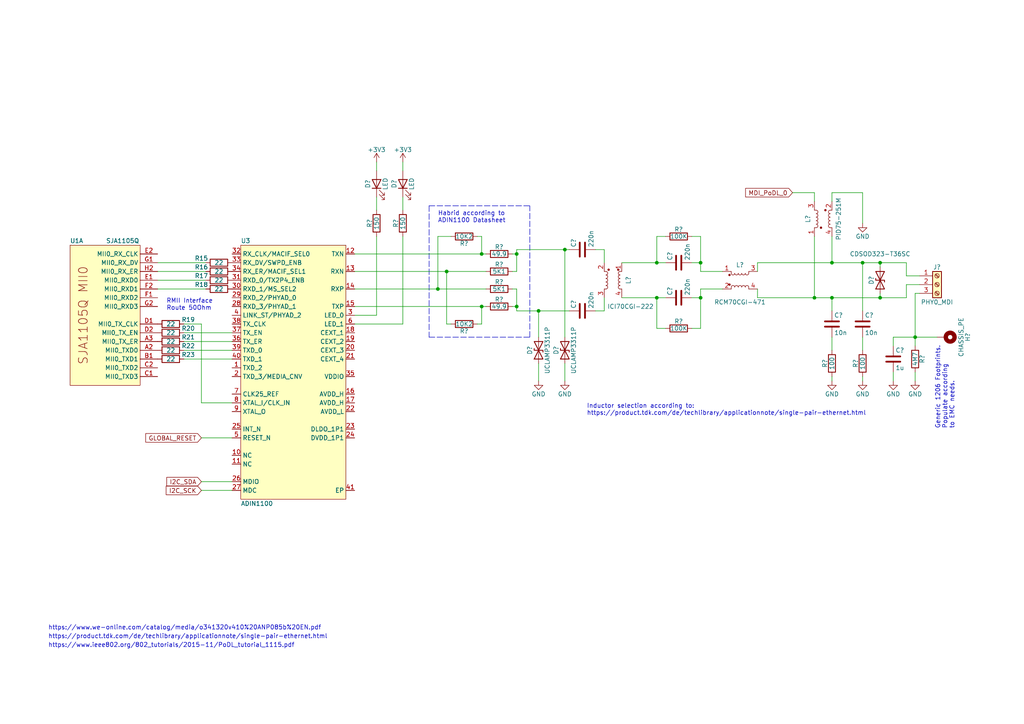
<source format=kicad_sch>
(kicad_sch (version 20211123) (generator eeschema)
  (paper "A4")
  (title_block (title "Open Hardware 10Base-T1 Switch") (date "2023-04-07") (rev "REV A") (company "Peter Heinrich") (comment 1 "Open Hardware License CERN-OHL-P v2") (comment 2 "https://github.com/peterheinrich/Open_10Base-T1L_Switch"))
  (lib_symbols
    (symbol "ADIN1100:ADIN1100"
      (property "Reference" "U" (at 0 1.27 0))
      (property "Value" "ADIN1100" (at 0 -74.93 0))
      (symbol "ADIN1100_0_1"
        (rectangle (start 0 0) (end 30.48 -73.66) (fill (type background)))
      )
      (symbol "ADIN1100_1_1"
        (pin input line (at -2.54 -35.56 0) (length 2.54) (name "TXD_2") (number "1"))
        (pin input line (at -2.54 -60.96 0) (length 2.54) (name "NC") (number "10"))
        (pin input line (at -2.54 -63.5 0) (length 2.54) (name "NC") (number "11"))
        (pin bidirectional line (at 33.02 -2.54 180) (length 2.54) (name "TXN") (number "12"))
        (pin bidirectional line (at 33.02 -7.62 180) (length 2.54) (name "RXN") (number "13"))
        (pin bidirectional line (at 33.02 -12.7 180) (length 2.54) (name "RXP") (number "14"))
        (pin bidirectional line (at 33.02 -17.78 180) (length 2.54) (name "TXP") (number "15"))
        (pin power_in line (at 33.02 -43.18 180) (length 2.54) (name "AVDD_H") (number "16"))
        (pin power_in line (at 33.02 -45.72 180) (length 2.54) (name "AVDD_H") (number "17"))
        (pin input line (at 33.02 -25.4 180) (length 2.54) (name "CEXT_1") (number "18"))
        (pin input line (at 33.02 -27.94 180) (length 2.54) (name "CEXT_2") (number "19"))
        (pin input line (at -2.54 -38.1 0) (length 2.54) (name "TXD_3/MEDIA_CNV") (number "2"))
        (pin input line (at 33.02 -30.48 180) (length 2.54) (name "CEXT_3") (number "20"))
        (pin input line (at 33.02 -33.02 180) (length 2.54) (name "CEXT_4") (number "21"))
        (pin power_in line (at 33.02 -48.26 180) (length 2.54) (name "AVDD_L") (number "22"))
        (pin power_in line (at 33.02 -53.34 180) (length 2.54) (name "DLDO_1P1") (number "23"))
        (pin power_in line (at 33.02 -55.88 180) (length 2.54) (name "DVDD_1P1") (number "24"))
        (pin output line (at -2.54 -53.34 0) (length 2.54) (name "INT_N") (number "25"))
        (pin bidirectional line (at -2.54 -68.58 0) (length 2.54) (name "MDIO") (number "26"))
        (pin input line (at -2.54 -71.12 0) (length 2.54) (name "MDC") (number "27"))
        (pin output line (at -2.54 -17.78 0) (length 2.54) (name "RXD_3/PHYAD_1") (number "28"))
        (pin output line (at -2.54 -15.24 0) (length 2.54) (name "RXD_2/PHYAD_0") (number "29"))
        (pin output line (at 33.02 -20.32 180) (length 2.54) (name "LED_0") (number "3"))
        (pin output line (at -2.54 -12.7 0) (length 2.54) (name "RXD_1/MS_SEL2") (number "30"))
        (pin output line (at -2.54 -10.16 0) (length 2.54) (name "RXD_0/TX2P4_ENB") (number "31"))
        (pin output line (at -2.54 -2.54 0) (length 2.54) (name "RX_CLK/MACIF_SEL0") (number "32"))
        (pin output line (at -2.54 -5.08 0) (length 2.54) (name "RX_DV/SWPD_ENB") (number "33"))
        (pin output line (at -2.54 -7.62 0) (length 2.54) (name "RX_ER/MACIF_SEL1") (number "34"))
        (pin power_in line (at 33.02 -38.1 180) (length 2.54) (name "VDDIO") (number "35"))
        (pin input line (at -2.54 -27.94 0) (length 2.54) (name "TX_ER") (number "36"))
        (pin input line (at -2.54 -25.4 0) (length 2.54) (name "TX_EN") (number "37"))
        (pin output line (at -2.54 -22.86 0) (length 2.54) (name "TX_CLK") (number "38"))
        (pin input line (at -2.54 -30.48 0) (length 2.54) (name "TXD_0") (number "39"))
        (pin output line (at -2.54 -20.32 0) (length 2.54) (name "LINK_ST/PHYAD_2") (number "4"))
        (pin input line (at -2.54 -33.02 0) (length 2.54) (name "TXD_1") (number "40"))
        (pin power_in line (at 33.02 -71.12 180) (length 2.54) (name "EP") (number "41"))
        (pin input line (at -2.54 -55.88 0) (length 2.54) (name "RESET_N") (number "5"))
        (pin output line (at 33.02 -22.86 180) (length 2.54) (name "LED_1") (number "6"))
        (pin output line (at -2.54 -43.18 0) (length 2.54) (name "CLK25_REF") (number "7"))
        (pin input line (at -2.54 -45.72 0) (length 2.54) (name "XTAL_I/CLK_IN") (number "8"))
        (pin output line (at -2.54 -48.26 0) (length 2.54) (name "XTAL_O") (number "9"))
      )
    )
    (symbol "Connector:Screw_Terminal_01x03" (pin_names (offset 1.016) hide)
      (property "Reference" "J" (at 0 5.08 0))
      (property "Value" "Screw_Terminal_01x03" (at 0 -5.08 0))
      (symbol "Screw_Terminal_01x03_1_1"
        (rectangle (start -1.27 3.81) (end 1.27 -3.81) (stroke (width 0.254)) (fill (type background)))
        (circle (center 0 -2.54) (radius 0.635) (stroke (width 0.1524)))
        (polyline (pts (xy -0.5334 -2.2098) (xy 0.3302 -3.048)) (stroke (width 0.1524)))
        (polyline (pts (xy -0.5334 0.3302) (xy 0.3302 -0.508)) (stroke (width 0.1524)))
        (polyline (pts (xy -0.5334 2.8702) (xy 0.3302 2.032)) (stroke (width 0.1524)))
        (polyline (pts (xy -0.3556 -2.032) (xy 0.508 -2.8702)) (stroke (width 0.1524)))
        (polyline (pts (xy -0.3556 0.508) (xy 0.508 -0.3302)) (stroke (width 0.1524)))
        (polyline (pts (xy -0.3556 3.048) (xy 0.508 2.2098)) (stroke (width 0.1524)))
        (circle (center 0 0) (radius 0.635) (stroke (width 0.1524)))
        (circle (center 0 2.54) (radius 0.635) (stroke (width 0.1524)))
        (pin passive line (at -5.08 2.54 0) (length 3.81) (name "Pin_1") (number "1"))
        (pin passive line (at -5.08 0 0) (length 3.81) (name "Pin_2") (number "2"))
        (pin passive line (at -5.08 -2.54 0) (length 3.81) (name "Pin_3") (number "3"))
      )
    )
    (symbol "Device:C" (pin_numbers hide) (pin_names (offset 0.254))
      (property "Reference" "C" (at 0.635 2.54 0))
      (property "Value" "C" (at 0.635 -2.54 0))
      (symbol "C_0_1"
        (polyline (pts (xy -2.032 -0.762) (xy 2.032 -0.762)) (stroke (width 0.508)))
        (polyline (pts (xy -2.032 0.762) (xy 2.032 0.762)) (stroke (width 0.508)))
      )
      (symbol "C_1_1"
        (pin passive line (at 0 3.81 270) (length 2.794) (name "~") (number "1"))
        (pin passive line (at 0 -3.81 90) (length 2.794) (name "~") (number "2"))
      )
    )
    (symbol "Device:D_TVS" (pin_numbers hide) (pin_names (offset 1.016) hide)
      (property "Reference" "D" (at 0 2.54 0))
      (property "Value" "D_TVS" (at 0 -2.54 0))
      (symbol "D_TVS_0_1"
        (polyline (pts (xy 1.27 0) (xy -1.27 0)))
        (polyline (pts (xy 0.508 1.27) (xy 0 1.27) (xy 0 -1.27) (xy -0.508 -1.27)) (stroke (width 0.254)))
        (polyline (pts (xy -2.54 1.27) (xy -2.54 -1.27) (xy 2.54 1.27) (xy 2.54 -1.27) (xy -2.54 1.27)) (stroke (width 0.254)))
      )
      (symbol "D_TVS_1_1"
        (pin passive line (at -3.81 0 0) (length 2.54) (name "A1") (number "1"))
        (pin passive line (at 3.81 0 180) (length 2.54) (name "A2") (number "2"))
      )
    )
    (symbol "Device:LED" (pin_numbers hide) (pin_names (offset 1.016) hide)
      (property "Reference" "D" (at 0 2.54 0))
      (property "Value" "LED" (at 0 -2.54 0))
      (symbol "LED_0_1"
        (polyline (pts (xy -1.27 -1.27) (xy -1.27 1.27)) (stroke (width 0.254)))
        (polyline (pts (xy -1.27 0) (xy 1.27 0)))
        (polyline (pts (xy 1.27 -1.27) (xy 1.27 1.27) (xy -1.27 0) (xy 1.27 -1.27)) (stroke (width 0.254)))
        (polyline (pts (xy -3.048 -0.762) (xy -4.572 -2.286) (xy -3.81 -2.286) (xy -4.572 -2.286) (xy -4.572 -1.524)))
        (polyline (pts (xy -1.778 -0.762) (xy -3.302 -2.286) (xy -2.54 -2.286) (xy -3.302 -2.286) (xy -3.302 -1.524)))
      )
      (symbol "LED_1_1"
        (pin passive line (at -3.81 0 0) (length 2.54) (name "K") (number "1"))
        (pin passive line (at 3.81 0 180) (length 2.54) (name "A") (number "2"))
      )
    )
    (symbol "Device:L_Coupled_1324" (pin_names (offset 0.254) hide)
      (property "Reference" "L" (at 0 4.445 0))
      (property "Value" "L_Coupled_1324" (at 0 -4.445 0))
      (symbol "L_Coupled_1324_0_1"
        (circle (center -3.048 -1.27) (radius 0.254) (fill (type outline)))
        (circle (center -3.048 1.524) (radius 0.254) (fill (type outline)))
        (arc (start -2.54 2.032) (mid -2.032 1.524) (end -1.524 2.032))
        (arc (start -1.524 -2.032) (mid -2.032 -1.524) (end -2.54 -2.032))
        (arc (start -1.524 2.032) (mid -1.016 1.524) (end -0.508 2.032))
        (arc (start -0.508 -2.032) (mid -1.016 -1.524) (end -1.524 -2.032))
        (arc (start -0.508 2.032) (mid 0 1.524) (end 0.508 2.032))
        (polyline (pts (xy -2.54 -2.032) (xy -2.54 -2.54)))
        (polyline (pts (xy -2.54 2.032) (xy -2.54 2.54)))
        (polyline (pts (xy 2.54 -2.032) (xy 2.54 -2.54)))
        (polyline (pts (xy 2.54 2.54) (xy 2.54 2.032)))
        (arc (start 0.508 -2.032) (mid 0 -1.524) (end -0.508 -2.032))
        (arc (start 0.508 2.032) (mid 1.016 1.524) (end 1.524 2.032))
        (arc (start 1.524 -2.032) (mid 1.016 -1.524) (end 0.508 -2.032))
        (arc (start 1.524 2.032) (mid 2.032 1.524) (end 2.54 2.032))
        (arc (start 2.54 -2.032) (mid 2.032 -1.524) (end 1.524 -2.032))
      )
      (symbol "L_Coupled_1324_1_1"
        (pin passive line (at -5.08 2.54 0) (length 2.54) (name "1") (number "1"))
        (pin passive line (at -5.08 -2.54 0) (length 2.54) (name "2") (number "2"))
        (pin passive line (at 5.08 2.54 180) (length 2.54) (name "3") (number "3"))
        (pin passive line (at 5.08 -2.54 180) (length 2.54) (name "4") (number "4"))
      )
    )
    (symbol "Device:L_Coupled_1423" (pin_names (offset 0.254) hide)
      (property "Reference" "L" (at 0 4.445 0))
      (property "Value" "L_Coupled_1423" (at 0 -4.445 0))
      (symbol "L_Coupled_1423_0_1"
        (circle (center -3.048 -1.27) (radius 0.254) (fill (type outline)))
        (circle (center -3.048 1.524) (radius 0.254) (fill (type outline)))
        (arc (start -2.54 2.032) (mid -2.032 1.524) (end -1.524 2.032))
        (arc (start -1.524 -2.032) (mid -2.032 -1.524) (end -2.54 -2.032))
        (arc (start -1.524 2.032) (mid -1.016 1.524) (end -0.508 2.032))
        (arc (start -0.508 -2.032) (mid -1.016 -1.524) (end -1.524 -2.032))
        (arc (start -0.508 2.032) (mid 0 1.524) (end 0.508 2.032))
        (polyline (pts (xy -2.54 -2.032) (xy -2.54 -2.54)))
        (polyline (pts (xy -2.54 2.032) (xy -2.54 2.54)))
        (polyline (pts (xy 2.54 -2.032) (xy 2.54 -2.54)))
        (polyline (pts (xy 2.54 2.54) (xy 2.54 2.032)))
        (arc (start 0.508 -2.032) (mid 0 -1.524) (end -0.508 -2.032))
        (arc (start 0.508 2.032) (mid 1.016 1.524) (end 1.524 2.032))
        (arc (start 1.524 -2.032) (mid 1.016 -1.524) (end 0.508 -2.032))
        (arc (start 1.524 2.032) (mid 2.032 1.524) (end 2.54 2.032))
        (arc (start 2.54 -2.032) (mid 2.032 -1.524) (end 1.524 -2.032))
      )
      (symbol "L_Coupled_1423_1_1"
        (pin passive line (at -5.08 2.54 0) (length 2.54) (name "1") (number "1"))
        (pin passive line (at -5.08 -2.54 0) (length 2.54) (name "2") (number "2"))
        (pin passive line (at 5.08 -2.54 180) (length 2.54) (name "3") (number "3"))
        (pin passive line (at 5.08 2.54 180) (length 2.54) (name "4") (number "4"))
      )
    )
    (symbol "Device:R" (pin_numbers hide) (pin_names (offset 0))
      (property "Reference" "R" (at 2.032 0 90))
      (property "Value" "R" (at 0 0 90))
      (symbol "R_0_1"
        (rectangle (start -1.016 -2.54) (end 1.016 2.54) (stroke (width 0.254)))
      )
      (symbol "R_1_1"
        (pin passive line (at 0 3.81 270) (length 1.27) (name "~") (number "1"))
        (pin passive line (at 0 -3.81 90) (length 1.27) (name "~") (number "2"))
      )
    )
    (symbol "L_differential_1324:L_Coupled_1324" (pin_names (offset 0.254) hide)
      (property "Reference" "L?" (at 0 4.445 0))
      (property "Value" "L_Coupled_1324" (at 0 -4.445 0))
      (symbol "L_Coupled_1324_0_1"
        (circle (center -2.54 0.635) (radius 0.254) (fill (type outline)))
        (arc (start -2.54 2.032) (mid -2.032 1.524) (end -1.524 2.032))
        (arc (start -1.524 -2.032) (mid -2.032 -1.524) (end -2.54 -2.032))
        (arc (start -1.524 2.032) (mid -1.016 1.524) (end -0.508 2.032))
        (arc (start -0.508 -2.032) (mid -1.016 -1.524) (end -1.524 -2.032))
        (arc (start -0.508 2.032) (mid 0 1.524) (end 0.508 2.032))
        (polyline (pts (xy -2.54 -2.032) (xy -2.54 -2.54)))
        (polyline (pts (xy -2.54 2.032) (xy -2.54 2.54)))
        (polyline (pts (xy 2.54 -2.032) (xy 2.54 -2.54)))
        (polyline (pts (xy 2.54 2.54) (xy 2.54 2.032)))
        (arc (start 0.508 -2.032) (mid 0 -1.524) (end -0.508 -2.032))
        (arc (start 0.508 2.032) (mid 1.016 1.524) (end 1.524 2.032))
        (arc (start 1.524 -2.032) (mid 1.016 -1.524) (end 0.508 -2.032))
        (arc (start 1.524 2.032) (mid 2.032 1.524) (end 2.54 2.032))
        (arc (start 2.54 -2.032) (mid 2.032 -1.524) (end 1.524 -2.032))
        (circle (center 2.54 -0.635) (radius 0.254) (fill (type outline)))
      )
      (symbol "L_Coupled_1324_1_1"
        (pin passive line (at -5.08 2.54 0) (length 2.54) (name "1") (number "1"))
        (pin passive line (at 5.08 -2.54 180) (length 2.54) (name "2") (number "2"))
        (pin passive line (at 5.08 2.54 180) (length 2.54) (name "3") (number "3"))
        (pin passive line (at -5.08 -2.54 0) (length 2.54) (name "4") (number "4"))
      )
    )
    (symbol "Mechanical:MountingHole_Pad" (pin_numbers hide) (pin_names (offset 1.016) hide)
      (property "Reference" "H" (at 0 6.35 0))
      (property "Value" "MountingHole_Pad" (at 0 4.445 0))
      (symbol "MountingHole_Pad_0_1"
        (circle (center 0 1.27) (radius 1.27) (stroke (width 1.27)))
      )
      (symbol "MountingHole_Pad_1_1"
        (pin input line (at 0 -2.54 90) (length 2.54) (name "1") (number "1"))
      )
    )
    (symbol "SJA1105Q:SJA1105Q"
      (property "Reference" "U" (at 0 1.27 0))
      (property "Value" "SJA1105Q" (at 15.24 1.27 0))
      (symbol "SJA1105Q_1_1"
        (rectangle (start 0 0) (end 20.32 -40.64) (fill (type background)))
        (text "SJA1105Q MII0" (at 3.81 -20.32 900) (effects (font (size 2.54 2.54))))
        (pin output line (at 25.4 -30.48 180) (length 5.08) (name "MII0_TXD0") (number "A2"))
        (pin output line (at 25.4 -27.94 180) (length 5.08) (name "MII0_TX_ER") (number "A3"))
        (pin output line (at 25.4 -33.02 180) (length 5.08) (name "MII0_TXD1") (number "B1"))
        (pin output line (at 25.4 -38.1 180) (length 5.08) (name "MII0_TXD3") (number "C1"))
        (pin output line (at 25.4 -35.56 180) (length 5.08) (name "MII0_TXD2") (number "C2"))
        (pin bidirectional line (at 25.4 -22.86 180) (length 5.08) (name "MII0_TX_CLK") (number "D1"))
        (pin output line (at 25.4 -25.4 180) (length 5.08) (name "MII0_TX_EN") (number "D2"))
        (pin input line (at 25.4 -10.16 180) (length 5.08) (name "MII0_RXD0") (number "E1"))
        (pin bidirectional line (at 25.4 -2.54 180) (length 5.08) (name "MII0_RX_CLK") (number "E2"))
        (pin input line (at 25.4 -15.24 180) (length 5.08) (name "MII0_RXD2") (number "F1"))
        (pin input line (at 25.4 -12.7 180) (length 5.08) (name "MII0_RXD1") (number "F2"))
        (pin input line (at 25.4 -5.08 180) (length 5.08) (name "MII0_RX_DV") (number "G1"))
        (pin input line (at 25.4 -17.78 180) (length 5.08) (name "MII0_RXD3") (number "G2"))
        (pin input line (at 25.4 -7.62 180) (length 5.08) (name "MII0_RX_ER") (number "H2"))
      )
      (symbol "SJA1105Q_2_1"
        (rectangle (start 0 0) (end 20.32 -40.64) (fill (type background)))
        (text "SJA1105Q MII1" (at 3.81 -20.32 900) (effects (font (size 2.54 2.54))))
        (pin output line (at 25.4 -27.94 180) (length 5.08) (name "MII1_TX_ER") (number "A10"))
        (pin input line (at 25.4 -5.08 180) (length 5.08) (name "MII1_RX_DV") (number "A4"))
        (pin input line (at 25.4 -15.24 180) (length 5.08) (name "MII1_RXD2") (number "A5"))
        (pin input line (at 25.4 -10.16 180) (length 5.08) (name "MII1_RXD0") (number "A6"))
        (pin bidirectional line (at 25.4 -22.86 180) (length 5.08) (name "MII1_TX_CLK") (number "A7"))
        (pin output line (at 25.4 -38.1 180) (length 5.08) (name "MII1_TXD3") (number "A8"))
        (pin output line (at 25.4 -33.02 180) (length 5.08) (name "MII1_TXD1") (number "A9"))
        (pin input line (at 25.4 -7.62 180) (length 5.08) (name "MII1_RX_ER") (number "B3"))
        (pin input line (at 25.4 -17.78 180) (length 5.08) (name "MII1_RXD3") (number "B4"))
        (pin input line (at 25.4 -12.7 180) (length 5.08) (name "MII1_RXD1") (number "B5"))
        (pin bidirectional line (at 25.4 -2.54 180) (length 5.08) (name "MII1_RX_CLK") (number "B6"))
        (pin output line (at 25.4 -25.4 180) (length 5.08) (name "MII1_TX_EN") (number "B7"))
        (pin output line (at 25.4 -35.56 180) (length 5.08) (name "MII1_TXD2") (number "B8"))
        (pin output line (at 25.4 -30.48 180) (length 5.08) (name "MII1_TXD0") (number "B9"))
      )
      (symbol "SJA1105Q_3_1"
        (rectangle (start 0 0) (end 20.32 -40.64) (fill (type background)))
        (text "SJA1105Q MII2" (at 3.81 -20.32 900) (effects (font (size 2.54 2.54))))
        (pin input line (at 25.4 -5.08 180) (length 5.08) (name "MII2_RX_DV") (number "A11"))
        (pin input line (at 25.4 -15.24 180) (length 5.08) (name "MII2_RXD2") (number "A12"))
        (pin input line (at 25.4 -10.16 180) (length 5.08) (name "MII2_RXD0") (number "A13"))
        (pin input line (at 25.4 -7.62 180) (length 5.08) (name "MII2_RX_ER") (number "B10"))
        (pin input line (at 25.4 -17.78 180) (length 5.08) (name "MII2_RXD3") (number "B11"))
        (pin input line (at 25.4 -12.7 180) (length 5.08) (name "MII2_RXD1") (number "B12"))
        (pin bidirectional line (at 25.4 -2.54 180) (length 5.08) (name "MII2_RX_CLK") (number "B14"))
        (pin output line (at 25.4 -25.4 180) (length 5.08) (name "MII2_TX_EN") (number "C13"))
        (pin bidirectional line (at 25.4 -22.86 180) (length 5.08) (name "MII2_TX_CLK") (number "C14"))
        (pin output line (at 25.4 -35.56 180) (length 5.08) (name "MII2_TXD2") (number "D13"))
        (pin output line (at 25.4 -38.1 180) (length 5.08) (name "MII2_TXD3") (number "D14"))
        (pin output line (at 25.4 -30.48 180) (length 5.08) (name "MII2_TXD0") (number "E13"))
        (pin output line (at 25.4 -33.02 180) (length 5.08) (name "MII2_TXD1") (number "E14"))
        (pin output line (at 25.4 -27.94 180) (length 5.08) (name "MII2_TX_ER") (number "F14"))
      )
      (symbol "SJA1105Q_4_1"
        (rectangle (start 0 0) (end 20.32 -40.64) (fill (type background)))
        (text "SJA1105Q MII3" (at 3.81 -20.32 900) (effects (font (size 2.54 2.54))))
        (pin input line (at 25.4 -7.62 180) (length 5.08) (name "MII3_RX_ER") (number "F13"))
        (pin input line (at 25.4 -17.78 180) (length 5.08) (name "MII3_RXD3") (number "G13"))
        (pin input line (at 25.4 -5.08 180) (length 5.08) (name "MII3_RX_DV") (number "G14"))
        (pin input line (at 25.4 -12.7 180) (length 5.08) (name "MII3_RXD1") (number "H13"))
        (pin input line (at 25.4 -15.24 180) (length 5.08) (name "MII3_RXD2") (number "H14"))
        (pin bidirectional line (at 25.4 -2.54 180) (length 5.08) (name "MII3_RX_CLK") (number "J13"))
        (pin input line (at 25.4 -10.16 180) (length 5.08) (name "MII3_RXD0") (number "J14"))
        (pin output line (at 25.4 -25.4 180) (length 5.08) (name "MII3_TX_EN") (number "K13"))
        (pin bidirectional line (at 25.4 -22.86 180) (length 5.08) (name "MII3_TX_CLK") (number "K14"))
        (pin output line (at 25.4 -35.56 180) (length 5.08) (name "MII3_TXD2") (number "L13"))
        (pin output line (at 25.4 -38.1 180) (length 5.08) (name "MII3_TXD3") (number "L14"))
        (pin output line (at 25.4 -30.48 180) (length 5.08) (name "MII3_TXD0") (number "M13"))
        (pin output line (at 25.4 -33.02 180) (length 5.08) (name "MII3_TXD1") (number "M14"))
        (pin output line (at 25.4 -27.94 180) (length 5.08) (name "MII3_TX_ER") (number "N14"))
      )
      (symbol "SJA1105Q_5_1"
        (rectangle (start 0 0) (end 20.32 -40.64) (fill (type background)))
        (text "SJA1105Q MII4" (at 3.81 -20.32 900) (effects (font (size 2.54 2.54))))
        (pin input line (at 25.4 -10.16 180) (length 5.08) (name "MII4_RXD0") (number "N10"))
        (pin input line (at 25.4 -15.24 180) (length 5.08) (name "MII4_RXD2") (number "N11"))
        (pin input line (at 25.4 -5.08 180) (length 5.08) (name "MII4_RX_DV") (number "N12"))
        (pin output line (at 25.4 -33.02 180) (length 5.08) (name "MII4_TXD1") (number "N7"))
        (pin output line (at 25.4 -38.1 180) (length 5.08) (name "MII4_TXD3") (number "N8"))
        (pin bidirectional line (at 25.4 -22.86 180) (length 5.08) (name "MII4_TX_CLK") (number "N9"))
        (pin bidirectional line (at 25.4 -2.54 180) (length 5.08) (name "MII4_RX_CLK") (number "P10"))
        (pin input line (at 25.4 -12.7 180) (length 5.08) (name "MII4_RXD1") (number "P11"))
        (pin input line (at 25.4 -17.78 180) (length 5.08) (name "MII4_RXD3") (number "P12"))
        (pin input line (at 25.4 -7.62 180) (length 5.08) (name "MII4_RX_ER") (number "P13"))
        (pin output line (at 25.4 -27.94 180) (length 5.08) (name "MII4_TX_ER") (number "P6"))
        (pin output line (at 25.4 -30.48 180) (length 5.08) (name "MII4_TXD0") (number "P7"))
        (pin output line (at 25.4 -35.56 180) (length 5.08) (name "MII4_TXD2") (number "P8"))
        (pin output line (at 25.4 -25.4 180) (length 5.08) (name "MII4_TX_EN") (number "P9"))
      )
      (symbol "SJA1105Q_6_1"
        (rectangle (start 0 0) (end 27.94 -35.56) (fill (type background)))
        (text "SJA1105Q CLK" (at 15.24 -17.78 900) (effects (font (size 2.54 2.54))))
        (pin output line (at -5.08 -2.54 0) (length 5.08) (name "CLK_OUT") (number "H1"))
        (pin input line (at -5.08 -20.32 0) (length 5.08) (name "OSC_IN") (number "K2"))
        (pin output line (at -5.08 -7.62 0) (length 5.08) (name "OSC_OUT") (number "L1"))
        (pin power_in line (at 33.02 -17.78 180) (length 5.08) (name "i.c.") (number "L4"))
        (pin input line (at 33.02 -2.54 180) (length 5.08) (name "TRST_N") (number "M1"))
        (pin input line (at 33.02 -10.16 180) (length 5.08) (name "TDI") (number "M2"))
        (pin input line (at 33.02 -12.7 180) (length 5.08) (name "TCK") (number "N1"))
        (pin output line (at 33.02 -7.62 180) (length 5.08) (name "TDO") (number "N3"))
        (pin bidirectional line (at -5.08 -33.02 0) (length 5.08) (name "PTP_CLK") (number "N4"))
        (pin input line (at 33.02 -25.4 180) (length 5.08) (name "SDI") (number "N5"))
        (pin input line (at 33.02 -30.48 180) (length 5.08) (name "SS_N") (number "N6"))
        (pin input line (at 33.02 -5.08 180) (length 5.08) (name "TMS") (number "P2"))
        (pin input line (at 33.02 -33.02 180) (length 5.08) (name "RST_N") (number "P3"))
        (pin output line (at 33.02 -27.94 180) (length 5.08) (name "SDO") (number "P4"))
        (pin input line (at 33.02 -22.86 180) (length 5.08) (name "SCK") (number "P5"))
      )
      (symbol "SJA1105Q_7_1"
        (rectangle (start 0 0) (end 27.94 -99.06) (fill (type background)))
        (text "SJA1105Q Power" (at 12.7 -48.26 900) (effects (font (size 2.54 2.54))))
        (pin power_in line (at -5.08 -2.54 0) (length 5.08) (name "VSS") (number "A1"))
        (pin power_in line (at 33.02 -88.9 180) (length 5.08) (name "VSS") (number "A14"))
        (pin power_in line (at 33.02 -83.82 180) (length 5.08) (name "VSS") (number "B13"))
        (pin power_in line (at 33.02 -48.26 180) (length 5.08) (name "VDDIO_MII2") (number "D10"))
        (pin power_in line (at 33.02 -50.8 180) (length 5.08) (name "VDDIO_MII2") (number "D11"))
        (pin power_in line (at 33.02 -33.02 180) (length 5.08) (name "VDDIO_MII0") (number "D4"))
        (pin power_in line (at 33.02 -40.64 180) (length 5.08) (name "VDDIO_MII1") (number "D5"))
        (pin power_in line (at 33.02 -7.62 180) (length 5.08) (name "VDD_CORE") (number "D6"))
        (pin power_in line (at 33.02 -43.18 180) (length 5.08) (name "VDDIO_MII1") (number "D7"))
        (pin power_in line (at 33.02 -45.72 180) (length 5.08) (name "VDDIO_MII1") (number "D8"))
        (pin power_in line (at 33.02 -12.7 180) (length 5.08) (name "VDD_CORE") (number "D9"))
        (pin power_in line (at -5.08 -91.44 0) (length 5.08) (name "VSS") (number "E10"))
        (pin power_in line (at 33.02 -53.34 180) (length 5.08) (name "VDDIO_MII2") (number "E11"))
        (pin power_in line (at 33.02 -35.56 180) (length 5.08) (name "VDDIO_MII0") (number "E4"))
        (pin power_in line (at -5.08 -12.7 0) (length 5.08) (name "VSS") (number "E5"))
        (pin power_in line (at -5.08 -27.94 0) (length 5.08) (name "VSS") (number "E6"))
        (pin power_in line (at -5.08 -43.18 0) (length 5.08) (name "VSS") (number "E7"))
        (pin power_in line (at -5.08 -60.96 0) (length 5.08) (name "VSS") (number "E8"))
        (pin power_in line (at -5.08 -76.2 0) (length 5.08) (name "VSS") (number "E9"))
        (pin power_in line (at -5.08 -93.98 0) (length 5.08) (name "VSS") (number "F10"))
        (pin power_in line (at 33.02 -17.78 180) (length 5.08) (name "VDD_CORE") (number "F11"))
        (pin power_in line (at 33.02 -2.54 180) (length 5.08) (name "VDD_CORE") (number "F4"))
        (pin power_in line (at -5.08 -15.24 0) (length 5.08) (name "VSS") (number "F5"))
        (pin power_in line (at -5.08 -30.48 0) (length 5.08) (name "VSS") (number "F6"))
        (pin power_in line (at -5.08 -45.72 0) (length 5.08) (name "VSS") (number "F7"))
        (pin power_in line (at -5.08 -63.5 0) (length 5.08) (name "VSS") (number "F8"))
        (pin power_in line (at -5.08 -78.74 0) (length 5.08) (name "VSS") (number "F9"))
        (pin power_in line (at -5.08 -96.52 0) (length 5.08) (name "VSS") (number "G10"))
        (pin power_in line (at 33.02 -55.88 180) (length 5.08) (name "VDDIO_MII3") (number "G11"))
        (pin power_in line (at 33.02 -38.1 180) (length 5.08) (name "VDDIO_MII0") (number "G4"))
        (pin power_in line (at -5.08 -17.78 0) (length 5.08) (name "VSS") (number "G5"))
        (pin power_in line (at -5.08 -33.02 0) (length 5.08) (name "VSS") (number "G6"))
        (pin power_in line (at -5.08 -48.26 0) (length 5.08) (name "VSS") (number "G7"))
        (pin power_in line (at -5.08 -66.04 0) (length 5.08) (name "VSS") (number "G8"))
        (pin power_in line (at -5.08 -81.28 0) (length 5.08) (name "VSS") (number "G9"))
        (pin power_in line (at 33.02 -76.2 180) (length 5.08) (name "VSS") (number "H10"))
        (pin power_in line (at 33.02 -58.42 180) (length 5.08) (name "VDDIO_MII3") (number "H11"))
        (pin power_in line (at 33.02 -27.94 180) (length 5.08) (name "VDDIO_CLO") (number "H4"))
        (pin power_in line (at -5.08 -20.32 0) (length 5.08) (name "VSS") (number "H5"))
        (pin power_in line (at -5.08 -35.56 0) (length 5.08) (name "VSS") (number "H6"))
        (pin power_in line (at -5.08 -50.8 0) (length 5.08) (name "VSS") (number "H7"))
        (pin power_in line (at -5.08 -68.58 0) (length 5.08) (name "VSS") (number "H8"))
        (pin power_in line (at -5.08 -83.82 0) (length 5.08) (name "VSS") (number "H9"))
        (pin power_in line (at 33.02 -25.4 180) (length 5.08) (name "VDDA_PLL") (number "J1"))
        (pin power_in line (at 33.02 -78.74 180) (length 5.08) (name "VSS") (number "J10"))
        (pin power_in line (at 33.02 -20.32 180) (length 5.08) (name "VDD_CORE") (number "J11"))
        (pin power_in line (at 33.02 -96.52 180) (length 5.08) (name "VSSA_PLL") (number "J2"))
        (pin power_in line (at 33.02 -5.08 180) (length 5.08) (name "VDD_CORE") (number "J4"))
        (pin power_in line (at -5.08 -22.86 0) (length 5.08) (name "VSS") (number "J5"))
        (pin power_in line (at -5.08 -38.1 0) (length 5.08) (name "VSS") (number "J6"))
        (pin power_in line (at -5.08 -53.34 0) (length 5.08) (name "VSS") (number "J7"))
        (pin power_in line (at -5.08 -71.12 0) (length 5.08) (name "VSS") (number "J8"))
        (pin power_in line (at -5.08 -86.36 0) (length 5.08) (name "VSS") (number "J9"))
        (pin power_in line (at 33.02 -22.86 180) (length 5.08) (name "VDDA_OSC") (number "K1"))
        (pin power_in line (at 33.02 -81.28 180) (length 5.08) (name "VSS") (number "K10"))
        (pin power_in line (at 33.02 -60.96 180) (length 5.08) (name "VDDIO_MII3") (number "K11"))
        (pin power_in line (at -5.08 -10.16 0) (length 5.08) (name "VSS") (number "K4"))
        (pin power_in line (at -5.08 -25.4 0) (length 5.08) (name "VSS") (number "K5"))
        (pin power_in line (at -5.08 -40.64 0) (length 5.08) (name "VSS") (number "K6"))
        (pin power_in line (at -5.08 -55.88 0) (length 5.08) (name "VSS") (number "K7"))
        (pin power_in line (at -5.08 -73.66 0) (length 5.08) (name "VSS") (number "K8"))
        (pin power_in line (at -5.08 -88.9 0) (length 5.08) (name "VSS") (number "K9"))
        (pin power_in line (at 33.02 -66.04 180) (length 5.08) (name "VDDIO_MII4") (number "L10"))
        (pin power_in line (at 33.02 -68.58 180) (length 5.08) (name "VDDIO_MII4") (number "L11"))
        (pin power_in line (at 33.02 -93.98 180) (length 5.08) (name "VSSA_OSC") (number "L2"))
        (pin power_in line (at 33.02 -30.48 180) (length 5.08) (name "VDDIO_HOST") (number "L5"))
        (pin power_in line (at 33.02 -10.16 180) (length 5.08) (name "VDD_CORE") (number "L6"))
        (pin power_in line (at -5.08 -58.42 0) (length 5.08) (name "VSS") (number "L7"))
        (pin power_in line (at 33.02 -63.5 180) (length 5.08) (name "VDDIO_MII4") (number "L8"))
        (pin power_in line (at 33.02 -15.24 180) (length 5.08) (name "VDD_CORE") (number "L9"))
        (pin power_in line (at 33.02 -86.36 180) (length 5.08) (name "VSS") (number "N13"))
        (pin power_in line (at -5.08 -7.62 0) (length 5.08) (name "VSS") (number "N2"))
        (pin power_in line (at -5.08 -5.08 0) (length 5.08) (name "VSS") (number "P1"))
        (pin power_in line (at 33.02 -91.44 180) (length 5.08) (name "VSS") (number "P14"))
      )
    )
    (symbol "power:+3V3" (power) (pin_names (offset 0))
      (property "Value" "+3V3" (at 0 3.556 0))
      (symbol "+3V3_0_1"
        (polyline (pts (xy -0.762 1.27) (xy 0 2.54)))
        (polyline (pts (xy 0 0) (xy 0 2.54)))
        (polyline (pts (xy 0 2.54) (xy 0.762 1.27)))
      )
      (symbol "+3V3_1_1"
        (pin power_in line (at 0 0 90) (length 0) hide (name "+3V3") (number "1"))
      )
    )
    (symbol "power:GND" (power) (pin_names (offset 0))
      (property "Value" "GND" (at 0 -3.81 0))
      (symbol "GND_0_1"
        (polyline (pts (xy 0 0) (xy 0 -1.27) (xy 1.27 -1.27) (xy 0 -2.54) (xy -1.27 -1.27) (xy 0 -1.27)))
      )
      (symbol "GND_1_1"
        (pin power_in line (at 0 0 270) (length 0) hide (name "GND") (number "1"))
      )
    )
  )
  (junction (at 190.5 86.36))
  (junction (at 149.86 88.9))
  (junction (at 190.5 76.2))
  (junction (at 163.83 72.39))
  (junction (at 255.27 76.2))
  (junction (at 241.3 86.36))
  (junction (at 156.21 90.17))
  (junction (at 149.86 73.66))
  (junction (at 250.19 76.2))
  (junction (at 203.2 76.2))
  (junction (at 129.54 78.74))
  (junction (at 236.22 86.36))
  (junction (at 241.3 76.2))
  (junction (at 127 83.82))
  (junction (at 255.27 86.36))
  (junction (at 139.7 73.66))
  (junction (at 265.43 97.79))
  (junction (at 139.7 88.9))
  (junction (at 203.2 86.36))
  (wire (pts (xy 250.19 76.2) (xy 255.27 76.2)))
  (wire (pts (xy 255.27 86.36) (xy 262.89 86.36)))
  (wire (pts (xy 149.86 90.17) (xy 149.86 88.9)))
  (wire (pts (xy 45.72 83.82) (xy 59.69 83.82)))
  (wire (pts (xy 58.42 93.98) (xy 58.42 116.84)))
  (wire (pts (xy 127 68.58) (xy 127 83.82)))
  (wire (pts (xy 241.3 97.79) (xy 241.3 101.6)))
  (wire (pts (xy 265.43 107.95) (xy 265.43 110.49)))
  (wire (pts (xy 180.34 76.2) (xy 190.5 76.2)))
  (wire (pts (xy 259.08 107.95) (xy 259.08 110.49)))
  (wire (pts (xy 190.5 68.58) (xy 190.5 76.2)))
  (wire (pts (xy 148.59 78.74) (xy 149.86 78.74)))
  (wire (pts (xy 139.7 68.58) (xy 139.7 73.66)))
  (wire (pts (xy 265.43 97.79) (xy 265.43 85.09)))
  (wire (pts (xy 241.3 86.36) (xy 241.3 90.17)))
  (wire (pts (xy 139.7 88.9) (xy 139.7 93.98)))
  (wire (pts (xy 262.89 82.55) (xy 262.89 86.36)))
  (wire (pts (xy 259.08 97.79) (xy 259.08 100.33)))
  (wire (pts (xy 102.87 83.82) (xy 127 83.82)))
  (wire (pts (xy 241.3 55.88) (xy 250.19 55.88)))
  (wire (pts (xy 58.42 127) (xy 67.31 127)))
  (wire (pts (xy 266.7 82.55) (xy 262.89 82.55)))
  (wire (pts (xy 53.34 96.52) (xy 67.31 96.52)))
  (wire (pts (xy 53.34 101.6) (xy 67.31 101.6)))
  (wire (pts (xy 241.3 86.36) (xy 255.27 86.36)))
  (wire (pts (xy 219.71 76.2) (xy 241.3 76.2)))
  (wire (pts (xy 203.2 68.58) (xy 203.2 76.2)))
  (wire (pts (xy 109.22 57.15) (xy 109.22 60.96)))
  (wire (pts (xy 163.83 105.41) (xy 163.83 110.49)))
  (wire (pts (xy 116.84 57.15) (xy 116.84 60.96)))
  (wire (pts (xy 200.66 68.58) (xy 203.2 68.58)))
  (wire (pts (xy 193.04 68.58) (xy 190.5 68.58)))
  (wire (pts (xy 102.87 93.98) (xy 116.84 93.98)))
  (wire (pts (xy 203.2 78.74) (xy 209.55 78.74)))
  (wire (pts (xy 138.43 68.58) (xy 139.7 68.58)))
  (wire (pts (xy 156.21 90.17) (xy 156.21 97.79)))
  (wire (pts (xy 109.22 91.44) (xy 102.87 91.44)))
  (wire (pts (xy 203.2 83.82) (xy 203.2 86.36)))
  (wire (pts (xy 138.43 93.98) (xy 139.7 93.98)))
  (wire (pts (xy 266.7 80.01) (xy 262.89 80.01)))
  (wire (pts (xy 241.3 58.42) (xy 241.3 55.88)))
  (wire (pts (xy 127 83.82) (xy 140.97 83.82)))
  (wire (pts (xy 190.5 76.2) (xy 193.04 76.2)))
  (wire (pts (xy 200.66 76.2) (xy 203.2 76.2)))
  (wire (pts (xy 58.42 142.24) (xy 67.31 142.24)))
  (wire (pts (xy 165.1 72.39) (xy 163.83 72.39)))
  (wire (pts (xy 219.71 86.36) (xy 219.71 83.82)))
  (wire (pts (xy 190.5 86.36) (xy 193.04 86.36)))
  (wire (pts (xy 116.84 46.99) (xy 116.84 49.53)))
  (wire (pts (xy 109.22 46.99) (xy 109.22 49.53)))
  (wire (pts (xy 149.86 72.39) (xy 149.86 73.66)))
  (wire (pts (xy 172.72 72.39) (xy 175.26 72.39)))
  (wire (pts (xy 53.34 104.14) (xy 67.31 104.14)))
  (wire (pts (xy 149.86 90.17) (xy 156.21 90.17)))
  (wire (pts (xy 236.22 68.58) (xy 236.22 86.36)))
  (wire (pts (xy 250.19 55.88) (xy 250.19 64.77)))
  (wire (pts (xy 203.2 76.2) (xy 203.2 78.74)))
  (wire (pts (xy 45.72 81.28) (xy 59.69 81.28)))
  (wire (pts (xy 129.54 78.74) (xy 129.54 93.98)))
  (wire (pts (xy 265.43 97.79) (xy 259.08 97.79)))
  (wire (pts (xy 149.86 88.9) (xy 149.86 83.82)))
  (wire (pts (xy 102.87 73.66) (xy 139.7 73.66)))
  (wire (pts (xy 219.71 86.36) (xy 236.22 86.36)))
  (wire (pts (xy 109.22 68.58) (xy 109.22 91.44)))
  (wire (pts (xy 58.42 116.84) (xy 67.31 116.84)))
  (wire (pts (xy 203.2 95.25) (xy 203.2 86.36)))
  (wire (pts (xy 236.22 55.88) (xy 236.22 58.42)))
  (wire (pts (xy 148.59 88.9) (xy 149.86 88.9)))
  (wire (pts (xy 262.89 80.01) (xy 262.89 76.2)))
  (wire (pts (xy 148.59 83.82) (xy 149.86 83.82)))
  (wire (pts (xy 241.3 76.2) (xy 250.19 76.2)))
  (wire (pts (xy 236.22 86.36) (xy 241.3 86.36)))
  (wire (pts (xy 148.59 73.66) (xy 149.86 73.66)))
  (wire (pts (xy 139.7 88.9) (xy 140.97 88.9)))
  (wire (pts (xy 209.55 83.82) (xy 203.2 83.82)))
  (wire (pts (xy 165.1 90.17) (xy 156.21 90.17)))
  (wire (pts (xy 241.3 109.22) (xy 241.3 110.49)))
  (wire (pts (xy 58.42 139.7) (xy 67.31 139.7)))
  (wire (pts (xy 250.19 97.79) (xy 250.19 101.6)))
  (wire (pts (xy 241.3 68.58) (xy 241.3 76.2)))
  (wire (pts (xy 193.04 95.25) (xy 190.5 95.25)))
  (wire (pts (xy 255.27 76.2) (xy 262.89 76.2)))
  (wire (pts (xy 156.21 105.41) (xy 156.21 110.49)))
  (wire (pts (xy 149.86 73.66) (xy 149.86 78.74)))
  (wire (pts (xy 255.27 85.09) (xy 255.27 86.36)))
  (wire (pts (xy 139.7 73.66) (xy 140.97 73.66)))
  (polyline (pts (xy 124.46 59.69) (xy 124.46 97.79)))
  (wire (pts (xy 130.81 93.98) (xy 129.54 93.98)))
  (wire (pts (xy 250.19 109.22) (xy 250.19 110.49)))
  (wire (pts (xy 250.19 76.2) (xy 250.19 90.17)))
  (wire (pts (xy 175.26 90.17) (xy 175.26 86.36)))
  (polyline (pts (xy 153.67 97.79) (xy 153.67 59.69)))
  (wire (pts (xy 163.83 72.39) (xy 163.83 97.79)))
  (wire (pts (xy 271.78 97.79) (xy 265.43 97.79)))
  (polyline (pts (xy 124.46 97.79) (xy 153.67 97.79)))
  (polyline (pts (xy 124.46 59.69) (xy 153.67 59.69)))
  (wire (pts (xy 200.66 95.25) (xy 203.2 95.25)))
  (wire (pts (xy 203.2 86.36) (xy 200.66 86.36)))
  (wire (pts (xy 229.87 55.88) (xy 236.22 55.88)))
  (wire (pts (xy 265.43 97.79) (xy 265.43 100.33)))
  (wire (pts (xy 149.86 72.39) (xy 163.83 72.39)))
  (wire (pts (xy 53.34 99.06) (xy 67.31 99.06)))
  (wire (pts (xy 45.72 76.2) (xy 59.69 76.2)))
  (wire (pts (xy 219.71 76.2) (xy 219.71 78.74)))
  (wire (pts (xy 175.26 72.39) (xy 175.26 76.2)))
  (wire (pts (xy 130.81 68.58) (xy 127 68.58)))
  (wire (pts (xy 180.34 86.36) (xy 190.5 86.36)))
  (wire (pts (xy 53.34 93.98) (xy 58.42 93.98)))
  (wire (pts (xy 45.72 78.74) (xy 59.69 78.74)))
  (wire (pts (xy 265.43 85.09) (xy 266.7 85.09)))
  (wire (pts (xy 129.54 78.74) (xy 140.97 78.74)))
  (wire (pts (xy 102.87 88.9) (xy 139.7 88.9)))
  (wire (pts (xy 172.72 90.17) (xy 175.26 90.17)))
  (wire (pts (xy 116.84 93.98) (xy 116.84 68.58)))
  (wire (pts (xy 102.87 78.74) (xy 129.54 78.74)))
  (wire (pts (xy 255.27 76.2) (xy 255.27 77.47)))
  (wire (pts (xy 190.5 95.25) (xy 190.5 86.36)))
  (text "https://product.tdk.com/de/techlibrary/applicationnote/single-pair-ethernet.html" (at 13.97 185.42 0) (effects (font (size 1.27 1.27)) (justify left bottom)))
  (text "Habrid according to\nADIN1100 Datasheet" (at 127 64.77 0) (effects (font (size 1.27 1.27)) (justify left bottom)))
  (text "RMII Interface\nRoute 50Ohm" (at 48.26 90.17 0) (effects (font (size 1.27 1.27)) (justify left bottom)))
  (text "https://www.ieee802.org/802_tutorials/2015-11/PoDL_tutorial_1115.pdf" (at 13.97 187.96 0) (effects (font (size 1.27 1.27)) (justify left bottom)))
  (text "Inductor selection according to:\nhttps://product.tdk.com/de/techlibrary/applicationnote/single-pair-ethernet.html" (at 170.18 120.65 0) (effects (font (size 1.27 1.27)) (justify left bottom)))
  (text "Generic 1206 Footprints.\nPopulate according \nto EMC needs." (at 276.86 124.46 90) (effects (font (size 1.27 1.27)) (justify left bottom)))
  (text "https://www.we-online.com/catalog/media/o341320v410%20ANP085b%20EN.pdf" (at 13.97 182.88 0) (effects (font (size 1.27 1.27)) (justify left bottom)))
  (global_label "I2C_SDA" (shape input) (at 58.42 139.7 180) (property "Intersheet References" "${INTERSHEET_REFS}" (effects hide)))
  (global_label "GLOBAL_RESET" (shape input) (at 58.42 127 180) (property "Intersheet References" "${INTERSHEET_REFS}" (effects hide)))
  (global_label "I2C_SCK" (shape input) (at 58.42 142.24 180) (property "Intersheet References" "${INTERSHEET_REFS}" (effects hide)))
  (global_label "MDI_PoDL_0" (shape input) (at 229.87 55.88 180) (property "Intersheet References" "${INTERSHEET_REFS}" (effects hide)))
  (symbol (lib_id "Connector:Screw_Terminal_01x03") (at 271.78 82.55 0) (unit 1)
    (property "Reference" "J?" (at 271.78 77.47 0))
    (property "Value" "PHY0_MDI" (at 271.78 87.63 0))
  )
  (symbol (lib_id "Device:R") (at 134.62 68.58 270) (unit 1)
    (property "Reference" "R?" (at 134.62 70.612 90))
    (property "Value" "10K2" (at 134.62 68.58 90))
    (property "Footprint" "Resistor_SMD:R_0603_1608Metric" (effects hide))
  )
  (symbol (lib_id "Device:R") (at 109.22 64.77 180) (unit 1)
    (property "Reference" "R?" (at 107.188 64.77 90))
    (property "Value" "150" (at 109.22 64.77 90))
    (property "Footprint" "Resistor_SMD:R_0603_1608Metric" (effects hide))
  )
  (symbol (lib_id "Device:R") (at 49.53 104.14 90) (unit 1)
    (property "Reference" "R23" (at 54.61 102.87 90))
    (property "Value" "22" (at 49.53 104.14 90))
    (property "Footprint" "Resistor_SMD:R_0603_1608Metric" (effects hide))
  )
  (symbol (lib_id "Device:R") (at 250.19 105.41 180) (unit 1)
    (property "Reference" "R?" (at 248.158 105.41 90))
    (property "Value" "100" (at 250.19 105.41 90))
    (property "Footprint" "Resistor_SMD:R_0805_2012Metric" (effects hide))
  )
  (symbol (lib_id "Device:R") (at 265.43 104.14 0) (unit 1)
    (property "Reference" "R?" (at 267.462 104.14 90))
    (property "Value" "4M7" (at 265.43 104.14 90))
    (property "Footprint" "Resistor_SMD:R_1206_3216Metric" (effects hide))
  )
  (symbol (lib_id "SJA1105Q:SJA1105Q") (at 20.32 71.12 0) (unit 1)
    (property "Reference" "U1" (at 20.32 69.85 0) (effects (justify left)))
    (property "Value" "SJA1105Q" (at 35.56 69.85 0))
    (property "Footprint" "SJA1105Q:LFBGA_12x12mm_P0.8mm" (effects hide))
    (property "Datasheet" "https://www.nxp.com/docs/en/data-sheet/SJA1105PQRS.pdf" (effects hide))
  )
  (symbol (lib_id "Device:R") (at 49.53 93.98 90) (unit 1)
    (property "Reference" "R19" (at 54.61 92.71 90))
    (property "Value" "22" (at 49.53 93.98 90))
    (property "Footprint" "Resistor_SMD:R_0603_1608Metric" (effects hide))
  )
  (symbol (lib_id "Device:R") (at 63.5 76.2 90) (unit 1)
    (property "Reference" "R15" (at 58.42 74.93 90))
    (property "Value" "22" (at 63.5 76.2 90))
    (property "Footprint" "Resistor_SMD:R_0603_1608Metric" (effects hide))
  )
  (symbol (lib_id "power:GND") (at 250.19 110.49 0) (unit 1)
    (property "Reference" "#PWR?" (effects hide))
    (property "Value" "GND" (at 250.19 114.3 0))
  )
  (symbol (lib_id "Device:R") (at 63.5 78.74 90) (unit 1)
    (property "Reference" "R16" (at 58.42 77.47 90))
    (property "Value" "22" (at 63.5 78.74 90))
    (property "Footprint" "Resistor_SMD:R_0603_1608Metric" (effects hide))
  )
  (symbol (lib_id "ADIN1100:ADIN1100") (at 69.85 71.12 0) (unit 1)
    (property "Reference" "U3" (at 69.85 69.85 0) (effects (justify left)))
    (property "Value" "ADIN1100" (at 69.85 146.05 0) (effects (justify left)))
    (property "Footprint" "ADIN1100:LFCSP-40_EP_TheramVias" (effects hide))
    (property "Datasheet" "https://www.analog.com/media/en/technical-documentation/data-sheets/adin1100.pdf" (effects hide))
  )
  (symbol (lib_id "Device:R") (at 144.78 88.9 90) (unit 1)
    (property "Reference" "R?" (at 144.78 86.868 90))
    (property "Value" "49.9" (at 144.78 88.9 90))
    (property "Footprint" "Resistor_SMD:R_0603_1608Metric" (effects hide))
  )
  (symbol (lib_id "Device:R") (at 144.78 83.82 90) (unit 1)
    (property "Reference" "R?" (at 144.78 81.788 90))
    (property "Value" "5K1" (at 144.78 83.82 90))
    (property "Footprint" "Resistor_SMD:R_0603_1608Metric" (effects hide))
  )
  (symbol (lib_id "Device:C") (at 250.19 93.98 0) (unit 1)
    (property "Reference" "C?" (at 250.825 91.44 0) (effects (justify left)))
    (property "Value" "10n" (at 250.825 96.52 0) (effects (justify left)))
    (property "Footprint" "Capacitor_SMD:C_0805_2012Metric" (effects hide))
  )
  (symbol (lib_id "power:+3V3") (at 109.22 46.99 0) (unit 1)
    (property "Reference" "#PWR?" (effects hide))
    (property "Value" "+3V3" (at 109.22 43.434 0))
  )
  (symbol (lib_id "power:GND") (at 259.08 110.49 0) (unit 1)
    (property "Reference" "#PWR?" (effects hide))
    (property "Value" "GND" (at 259.08 114.3 0))
  )
  (symbol (lib_id "Device:C") (at 196.85 86.36 90) (unit 1)
    (property "Reference" "C?" (at 194.31 85.725 0) (effects (justify left)))
    (property "Value" "220n" (at 199.39 85.725 0) (effects (justify left)))
    (property "Footprint" "Capacitor_SMD:C_0805_2012Metric" (effects hide))
  )
  (symbol (lib_id "Mechanical:MountingHole_Pad") (at 274.32 97.79 270) (unit 1)
    (property "Reference" "H?" (at 280.67 97.79 0))
    (property "Value" "CHASSIS_PE" (at 278.765 97.79 0))
  )
  (symbol (lib_id "Device:D_TVS") (at 163.83 101.6 90) (unit 1)
    (property "Reference" "D?" (at 161.29 101.6 0))
    (property "Value" "UCLAMP3311P" (at 166.37 101.6 0))
  )
  (symbol (lib_id "Device:R") (at 241.3 105.41 180) (unit 1)
    (property "Reference" "R?" (at 239.268 105.41 90))
    (property "Value" "100" (at 241.3 105.41 90))
    (property "Footprint" "Resistor_SMD:R_0805_2012Metric" (effects hide))
  )
  (symbol (lib_id "Device:C") (at 196.85 76.2 90) (unit 1)
    (property "Reference" "C?" (at 194.31 75.565 0) (effects (justify left)))
    (property "Value" "220n" (at 199.39 75.565 0) (effects (justify left)))
    (property "Footprint" "Capacitor_SMD:C_0805_2012Metric" (effects hide))
  )
  (symbol (lib_id "Device:R") (at 116.84 64.77 180) (unit 1)
    (property "Reference" "R?" (at 114.808 64.77 90))
    (property "Value" "150" (at 116.84 64.77 90))
    (property "Footprint" "Resistor_SMD:R_0603_1608Metric" (effects hide))
  )
  (symbol (lib_id "Device:R") (at 63.5 81.28 90) (unit 1)
    (property "Reference" "R17" (at 58.42 80.01 90))
    (property "Value" "22" (at 63.5 81.28 90))
    (property "Footprint" "Resistor_SMD:R_0603_1608Metric" (effects hide))
  )
  (symbol (lib_id "Device:R") (at 144.78 78.74 90) (unit 1)
    (property "Reference" "R?" (at 144.78 76.708 90))
    (property "Value" "5K1" (at 144.78 78.74 90))
    (property "Footprint" "Resistor_SMD:R_0603_1608Metric" (effects hide))
  )
  (symbol (lib_id "Device:L_Coupled_1423") (at 177.8 81.28 270) (unit 1)
    (property "Reference" "L?" (at 182.245 81.28 0))
    (property "Value" "ICI70CGI-222" (at 182.88 88.9 90))
  )
  (symbol (lib_id "power:GND") (at 250.19 64.77 0) (unit 1)
    (property "Reference" "#PWR?" (effects hide))
    (property "Value" "GND" (at 250.19 68.58 0))
  )
  (symbol (lib_id "Device:D_TVS") (at 156.21 101.6 90) (unit 1)
    (property "Reference" "D?" (at 153.67 101.6 0))
    (property "Value" "UCLAMP3311P" (at 158.75 101.6 0))
  )
  (symbol (lib_id "Device:C") (at 241.3 93.98 0) (unit 1)
    (property "Reference" "C?" (at 241.935 91.44 0) (effects (justify left)))
    (property "Value" "10n" (at 241.935 96.52 0) (effects (justify left)))
    (property "Footprint" "Capacitor_SMD:C_0805_2012Metric" (effects hide))
  )
  (symbol (lib_id "Device:R") (at 49.53 96.52 90) (unit 1)
    (property "Reference" "R20" (at 54.61 95.25 90))
    (property "Value" "22" (at 49.53 96.52 90))
    (property "Footprint" "Resistor_SMD:R_0603_1608Metric" (effects hide))
  )
  (symbol (lib_id "power:GND") (at 241.3 110.49 0) (unit 1)
    (property "Reference" "#PWR?" (effects hide))
    (property "Value" "GND" (at 241.3 114.3 0))
  )
  (symbol (lib_id "Device:R") (at 134.62 93.98 270) (unit 1)
    (property "Reference" "R?" (at 134.62 96.012 90))
    (property "Value" "10K2" (at 134.62 93.98 90))
    (property "Footprint" "Resistor_SMD:R_0603_1608Metric" (effects hide))
  )
  (symbol (lib_id "Device:C") (at 168.91 90.17 90) (unit 1)
    (property "Reference" "C?" (at 166.37 89.535 0) (effects (justify left)))
    (property "Value" "220n" (at 171.45 89.535 0) (effects (justify left)))
    (property "Footprint" "Capacitor_SMD:C_0805_2012Metric" (effects hide))
  )
  (symbol (lib_id "power:+3V3") (at 116.84 46.99 0) (unit 1)
    (property "Reference" "#PWR?" (effects hide))
    (property "Value" "+3V3" (at 116.84 43.434 0))
  )
  (symbol (lib_id "Device:LED") (at 109.22 53.34 90) (unit 1)
    (property "Reference" "D?" (at 106.68 53.34 0))
    (property "Value" "LED" (at 111.76 53.34 0))
    (property "Footprint" "LED_SMD:LED_0603_1608Metric" (effects hide))
  )
  (symbol (lib_id "Device:R") (at 49.53 99.06 90) (unit 1)
    (property "Reference" "R21" (at 54.61 97.79 90))
    (property "Value" "22" (at 49.53 99.06 90))
    (property "Footprint" "Resistor_SMD:R_0603_1608Metric" (effects hide))
  )
  (symbol (lib_id "power:GND") (at 265.43 110.49 0) (unit 1)
    (property "Reference" "#PWR?" (effects hide))
    (property "Value" "GND" (at 265.43 114.3 0))
  )
  (symbol (lib_id "Device:R") (at 49.53 101.6 90) (unit 1)
    (property "Reference" "R22" (at 54.61 100.33 90))
    (property "Value" "22" (at 49.53 101.6 90))
    (property "Footprint" "Resistor_SMD:R_0603_1608Metric" (effects hide))
  )
  (symbol (lib_id "Device:D_TVS") (at 255.27 81.28 90) (unit 1)
    (property "Reference" "D?" (at 252.73 81.28 0))
    (property "Value" "CDSOD323-T36SC" (at 255.27 73.66 90))
  )
  (symbol (lib_id "Device:R") (at 196.85 95.25 90) (unit 1)
    (property "Reference" "R?" (at 196.85 93.218 90))
    (property "Value" "100K" (at 196.85 95.25 90))
    (property "Footprint" "Resistor_SMD:R_0805_2012Metric" (effects hide))
  )
  (symbol (lib_id "L_differential_1324:L_Coupled_1324") (at 238.76 63.5 90) (unit 1)
    (property "Reference" "L?" (at 234.315 63.5 0))
    (property "Value" "PID75-251M" (at 243.205 63.5 0))
  )
  (symbol (lib_id "power:GND") (at 163.83 110.49 0) (unit 1)
    (property "Reference" "#PWR?" (effects hide))
    (property "Value" "GND" (at 163.83 114.3 0))
  )
  (symbol (lib_id "Device:R") (at 196.85 68.58 90) (unit 1)
    (property "Reference" "R?" (at 196.85 66.548 90))
    (property "Value" "100K" (at 196.85 68.58 90))
    (property "Footprint" "Resistor_SMD:R_0805_2012Metric" (effects hide))
  )
  (symbol (lib_id "Device:C") (at 168.91 72.39 90) (unit 1)
    (property "Reference" "C?" (at 166.37 71.755 0) (effects (justify left)))
    (property "Value" "220n" (at 171.45 71.755 0) (effects (justify left)))
    (property "Footprint" "Capacitor_SMD:C_0805_2012Metric" (effects hide))
  )
  (symbol (lib_id "Device:R") (at 63.5 83.82 90) (unit 1)
    (property "Reference" "R18" (at 58.42 82.55 90))
    (property "Value" "22" (at 63.5 83.82 90))
    (property "Footprint" "Resistor_SMD:R_0603_1608Metric" (effects hide))
  )
  (symbol (lib_id "Device:L_Coupled_1324") (at 214.63 81.28 0) (unit 1)
    (property "Reference" "L?" (at 214.63 76.835 0))
    (property "Value" "RCM70CGI-471" (at 214.63 87.63 0))
  )
  (symbol (lib_id "power:GND") (at 156.21 110.49 0) (unit 1)
    (property "Reference" "#PWR?" (effects hide))
    (property "Value" "GND" (at 156.21 114.3 0))
  )
  (symbol (lib_id "Device:C") (at 259.08 104.14 0) (unit 1)
    (property "Reference" "C?" (at 259.715 101.6 0) (effects (justify left)))
    (property "Value" "1u" (at 259.715 106.68 0) (effects (justify left)))
    (property "Footprint" "Capacitor_SMD:C_1206_3216Metric" (effects hide))
  )
  (symbol (lib_id "Device:LED") (at 116.84 53.34 90) (unit 1)
    (property "Reference" "D?" (at 114.3 53.34 0))
    (property "Value" "LED" (at 119.38 53.34 0))
    (property "Footprint" "LED_SMD:LED_0603_1608Metric" (effects hide))
  )
  (symbol (lib_id "Device:R") (at 144.78 73.66 90) (unit 1)
    (property "Reference" "R?" (at 144.78 71.628 90))
    (property "Value" "49.9" (at 144.78 73.66 90))
    (property "Footprint" "Resistor_SMD:R_0603_1608Metric" (effects hide))
  )
)
</source>
